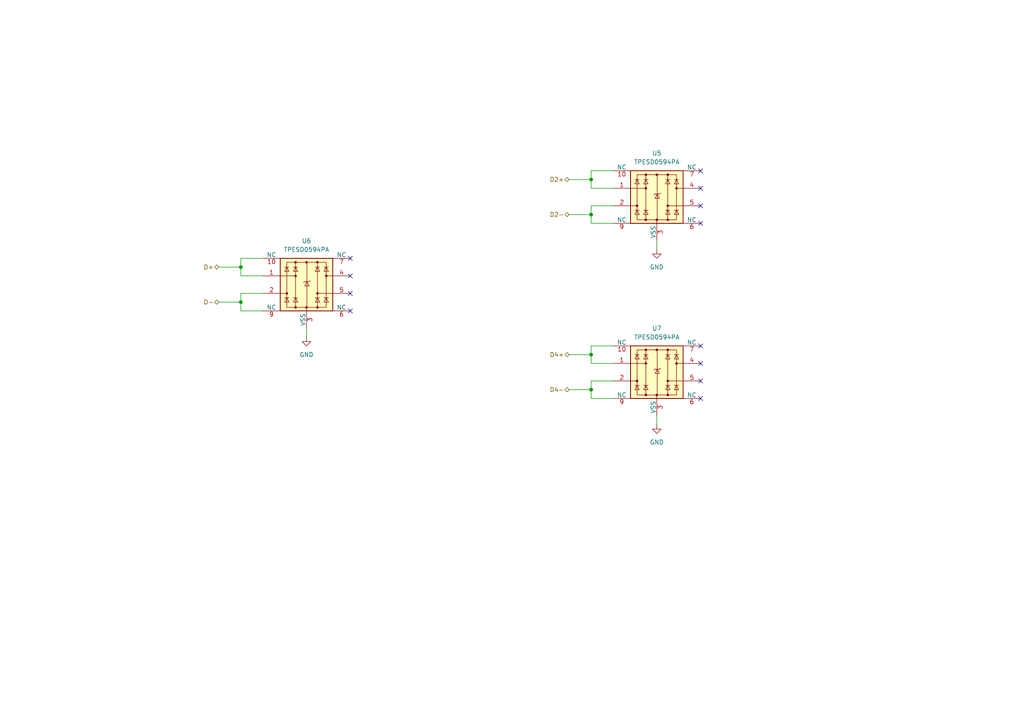
<source format=kicad_sch>
(kicad_sch (version 20250114) (generator "eeschema") (generator_version "9.0")
  (paper "A4")
  (title_block (title "Clavier - USB hub ESD protection") (date "2025-06-21") (rev "1.0") (company "Copyright (c) 2025 L. Sartory") (comment 1 "SPDX-License-Identifier: CERN-OHL-P-2.0"))
  (lib_symbols
    (symbol "Power_Protection:D3V3XA4B10LP" (pin_names (offset 0))
      (property "Reference" "U" (at -0.635 8.89 0))
      (property "Value" "D3V3XA4B10LP" (at 8.89 -10.16 0))
      (symbol "D3V3XA4B10LP_0_0"
        (rectangle (start -5.715 6.477) (end 5.715 -6.604))
        (polyline (pts (xy -3.175 -6.604) (xy -3.175 6.477)))
        (polyline (pts (xy 0.127 6.477) (xy 0.127 -6.604)))
        (polyline (pts (xy 3.175 6.477) (xy 3.175 -6.604)))
      )
      (symbol "D3V3XA4B10LP_0_1"
        (polyline (pts (xy -7.747 2.54) (xy -3.175 2.54)))
        (rectangle (start -7.62 7.62) (end 7.62 -7.62) (stroke (width 0.254)) (fill (type background)))
        (polyline (pts (xy -7.62 -2.54) (xy -5.715 -2.54)))
        (circle (center -5.715 -2.54) (radius 0.2794) (fill (type outline)))
        (polyline (pts (xy -5.08 5.08) (xy -6.35 5.08)))
        (polyline (pts (xy -5.08 3.81) (xy -6.35 3.81) (xy -5.715 5.08) (xy -5.08 3.81)))
        (polyline (pts (xy -5.08 -3.81) (xy -6.35 -3.81)))
        (polyline (pts (xy -5.08 -5.08) (xy -6.35 -5.08) (xy -5.715 -3.81) (xy -5.08 -5.08)))
        (circle (center -3.175 6.477) (radius 0.2794) (fill (type outline)))
        (circle (center -3.175 2.54) (radius 0.2794) (fill (type outline)))
        (circle (center -3.175 -6.604) (radius 0.2794) (fill (type outline)))
        (polyline (pts (xy -2.54 5.08) (xy -3.81 5.08)))
        (polyline (pts (xy -2.54 3.81) (xy -3.81 3.81) (xy -3.175 5.08) (xy -2.54 3.81)))
        (polyline (pts (xy -2.54 -3.81) (xy -3.81 -3.81)))
        (polyline (pts (xy -2.54 -5.08) (xy -3.81 -5.08) (xy -3.175 -3.81) (xy -2.54 -5.08)))
        (polyline (pts (xy -0.508 0.889) (xy -0.889 0.635)))
        (circle (center 0 6.477) (radius 0.2794) (fill (type outline)))
        (polyline (pts (xy 0 -6.604) (xy 0 -7.62)))
        (circle (center 0 -6.604) (radius 0.2794) (fill (type outline)))
        (polyline (pts (xy 0.762 0.889) (xy -0.508 0.889)))
        (polyline (pts (xy 0.762 0.889) (xy 1.143 1.143)))
        (polyline (pts (xy 0.762 -0.381) (xy -0.508 -0.381) (xy 0.127 0.889) (xy 0.762 -0.381)))
        (circle (center 3.175 6.477) (radius 0.2794) (fill (type outline)))
        (circle (center 3.175 -2.54) (radius 0.2794) (fill (type outline)))
        (circle (center 3.175 -6.604) (radius 0.2794) (fill (type outline)))
        (polyline (pts (xy 3.81 5.08) (xy 2.54 5.08)))
        (polyline (pts (xy 3.81 3.81) (xy 2.54 3.81) (xy 3.175 5.08) (xy 3.81 3.81)))
        (polyline (pts (xy 3.81 -3.81) (xy 2.54 -3.81)))
        (polyline (pts (xy 3.81 -5.08) (xy 2.54 -5.08) (xy 3.175 -3.81) (xy 3.81 -5.08)))
        (circle (center 5.715 2.54) (radius 0.2794) (fill (type outline)))
        (polyline (pts (xy 6.35 5.08) (xy 5.08 5.08)))
        (polyline (pts (xy 6.35 3.81) (xy 5.08 3.81) (xy 5.715 5.08) (xy 6.35 3.81)))
        (polyline (pts (xy 6.35 -3.81) (xy 5.08 -3.81)))
        (polyline (pts (xy 6.35 -5.08) (xy 5.08 -5.08) (xy 5.715 -3.81) (xy 6.35 -5.08)))
        (polyline (pts (xy 7.62 2.54) (xy 5.715 2.54)))
        (polyline (pts (xy 7.62 -2.54) (xy 3.175 -2.54)))
      )
      (symbol "D3V3XA4B10LP_1_1"
        (pin free line (at -12.7 7.62 0) (length 5.08) (name "NC") (number "10"))
        (pin passive line (at -12.7 2.54 0) (length 5.08) (name "~") (number "1"))
        (pin passive line (at -12.7 -2.54 0) (length 5.08) (name "~") (number "2"))
        (pin free line (at -12.7 -7.62 0) (length 5.08) (name "NC") (number "9"))
        (pin power_in line (at 0 -12.7 90) (length 5.08) (name "VSS") (number "3"))
        (pin passive line (at 0 -12.7 90) (length 5.08) (hide yes) (name "VSS") (number "8"))
        (pin free line (at 12.7 7.62 180) (length 5.08) (name "NC") (number "7"))
        (pin passive line (at 12.7 2.54 180) (length 5.08) (name "~") (number "4"))
        (pin passive line (at 12.7 -2.54 180) (length 5.08) (name "~") (number "5"))
        (pin free line (at 12.7 -7.62 180) (length 5.08) (name "NC") (number "6"))
      )
    )
    (symbol "power:GND" (power) (pin_numbers (hide yes)) (pin_names (offset 0) (hide yes))
      (property "Value" "GND" (at 0 -3.81 0))
      (symbol "GND_0_1"
        (polyline (pts (xy 0 0) (xy 0 -1.27) (xy 1.27 -1.27) (xy 0 -2.54) (xy -1.27 -1.27) (xy 0 -1.27)))
      )
      (symbol "GND_1_1"
        (pin power_in line (at 0 0 270) (length 0) (name "~") (number "1"))
      )
    )
  )
  (junction (at 69.85 87.63))
  (junction (at 171.45 52.07))
  (junction (at 69.85 77.47))
  (junction (at 171.45 62.23))
  (junction (at 171.45 102.87))
  (junction (at 171.45 113.03))
  (no_connect (at 203.2 105.41))
  (no_connect (at 203.2 64.77))
  (no_connect (at 101.6 80.01))
  (no_connect (at 101.6 90.17))
  (no_connect (at 203.2 49.53))
  (no_connect (at 203.2 59.69))
  (no_connect (at 203.2 54.61))
  (no_connect (at 203.2 115.57))
  (no_connect (at 101.6 74.93))
  (no_connect (at 101.6 85.09))
  (no_connect (at 203.2 110.49))
  (no_connect (at 203.2 100.33))
  (wire (pts (xy 190.5 123.19) (xy 190.5 120.65)))
  (wire (pts (xy 171.45 64.77) (xy 177.8 64.77)))
  (wire (pts (xy 165.1 52.07) (xy 171.45 52.07)))
  (wire (pts (xy 171.45 62.23) (xy 171.45 64.77)))
  (wire (pts (xy 171.45 110.49) (xy 177.8 110.49)))
  (wire (pts (xy 171.45 115.57) (xy 177.8 115.57)))
  (wire (pts (xy 165.1 102.87) (xy 171.45 102.87)))
  (wire (pts (xy 171.45 62.23) (xy 171.45 59.69)))
  (wire (pts (xy 69.85 80.01) (xy 69.85 77.47)))
  (wire (pts (xy 69.85 77.47) (xy 69.85 74.93)))
  (wire (pts (xy 171.45 113.03) (xy 171.45 110.49)))
  (wire (pts (xy 171.45 100.33) (xy 177.8 100.33)))
  (wire (pts (xy 76.2 80.01) (xy 69.85 80.01)))
  (wire (pts (xy 69.85 87.63) (xy 69.85 85.09)))
  (wire (pts (xy 177.8 54.61) (xy 171.45 54.61)))
  (wire (pts (xy 171.45 113.03) (xy 171.45 115.57)))
  (wire (pts (xy 171.45 102.87) (xy 171.45 100.33)))
  (wire (pts (xy 171.45 49.53) (xy 177.8 49.53)))
  (wire (pts (xy 69.85 87.63) (xy 69.85 90.17)))
  (wire (pts (xy 171.45 52.07) (xy 171.45 49.53)))
  (wire (pts (xy 171.45 59.69) (xy 177.8 59.69)))
  (wire (pts (xy 88.9 97.79) (xy 88.9 95.25)))
  (wire (pts (xy 190.5 72.39) (xy 190.5 69.85)))
  (wire (pts (xy 69.85 85.09) (xy 76.2 85.09)))
  (wire (pts (xy 171.45 105.41) (xy 171.45 102.87)))
  (wire (pts (xy 69.85 90.17) (xy 76.2 90.17)))
  (wire (pts (xy 63.5 77.47) (xy 69.85 77.47)))
  (wire (pts (xy 165.1 113.03) (xy 171.45 113.03)))
  (wire (pts (xy 165.1 62.23) (xy 171.45 62.23)))
  (wire (pts (xy 63.5 87.63) (xy 69.85 87.63)))
  (wire (pts (xy 171.45 54.61) (xy 171.45 52.07)))
  (wire (pts (xy 177.8 105.41) (xy 171.45 105.41)))
  (wire (pts (xy 69.85 74.93) (xy 76.2 74.93)))
  (hierarchical_label "D2+" (shape bidirectional) (at 165.1 52.07 180))
  (hierarchical_label "D+" (shape bidirectional) (at 63.5 77.47 180))
  (hierarchical_label "D4+" (shape bidirectional) (at 165.1 102.87 180))
  (hierarchical_label "D4-" (shape bidirectional) (at 165.1 113.03 180))
  (hierarchical_label "D-" (shape bidirectional) (at 63.5 87.63 180))
  (hierarchical_label "D2-" (shape bidirectional) (at 165.1 62.23 180))
  (symbol (lib_id "Power_Protection:D3V3XA4B10LP") (at 88.9 82.55 0) (unit 1)
    (property "Reference" "U6" (at 88.9 69.85 0))
    (property "Value" "TPESD0594PA" (at 88.9 72.39 0))
    (property "Footprint" "Package_DFN_QFN:Diodes_UDFN-10_1.0x2.5mm_P0.5mm" (effects (hide yes)))
    (property "Datasheet" "https://www.lcsc.com/datasheet/lcsc_datasheet_2501161435_TECH-PUBLIC-TPESD0594PA_C42436622.pdf" (effects (hide yes)))
    (property "Description" "4-Channel Low Capacitance TVS Diode Array, DFN-10" (effects (hide yes)))
    (property "LCSC" "C42436622" (effects (hide yes)))
    (property "Part_number" "TPESD0594PA" (effects (hide yes)))
  )
  (symbol (lib_id "power:GND") (at 190.5 72.39 0) (unit 1)
    (property "Reference" "#PWR030" (effects (hide yes)))
    (property "Value" "GND" (at 190.5 77.47 0))
    (property "Description" "Power symbol creates a global label with name \"GND\" , ground" (effects (hide yes)))
  )
  (symbol (lib_id "Power_Protection:D3V3XA4B10LP") (at 190.5 107.95 0) (unit 1)
    (property "Reference" "U7" (at 190.5 95.25 0))
    (property "Value" "TPESD0594PA" (at 190.5 97.79 0))
    (property "Footprint" "Package_DFN_QFN:Diodes_UDFN-10_1.0x2.5mm_P0.5mm" (effects (hide yes)))
    (property "Datasheet" "https://www.lcsc.com/datasheet/lcsc_datasheet_2501161435_TECH-PUBLIC-TPESD0594PA_C42436622.pdf" (effects (hide yes)))
    (property "Description" "4-Channel Low Capacitance TVS Diode Array, DFN-10" (effects (hide yes)))
    (property "LCSC" "C42436622" (effects (hide yes)))
    (property "Part_number" "TPESD0594PA" (effects (hide yes)))
  )
  (symbol (lib_id "power:GND") (at 190.5 123.19 0) (unit 1)
    (property "Reference" "#PWR032" (effects (hide yes)))
    (property "Value" "GND" (at 190.5 128.27 0))
    (property "Description" "Power symbol creates a global label with name \"GND\" , ground" (effects (hide yes)))
  )
  (symbol (lib_id "Power_Protection:D3V3XA4B10LP") (at 190.5 57.15 0) (unit 1)
    (property "Reference" "U5" (at 190.5 44.45 0))
    (property "Value" "TPESD0594PA" (at 190.5 46.99 0))
    (property "Footprint" "Package_DFN_QFN:Diodes_UDFN-10_1.0x2.5mm_P0.5mm" (effects (hide yes)))
    (property "Datasheet" "https://www.lcsc.com/datasheet/lcsc_datasheet_2501161435_TECH-PUBLIC-TPESD0594PA_C42436622.pdf" (effects (hide yes)))
    (property "Description" "4-Channel Low Capacitance TVS Diode Array, DFN-10" (effects (hide yes)))
    (property "LCSC" "C42436622" (effects (hide yes)))
    (property "Part_number" "TPESD0594PA" (effects (hide yes)))
  )
  (symbol (lib_id "power:GND") (at 88.9 97.79 0) (unit 1)
    (property "Reference" "#PWR031" (effects (hide yes)))
    (property "Value" "GND" (at 88.9 102.87 0))
    (property "Description" "Power symbol creates a global label with name \"GND\" , ground" (effects (hide yes)))
  )
)
</source>
